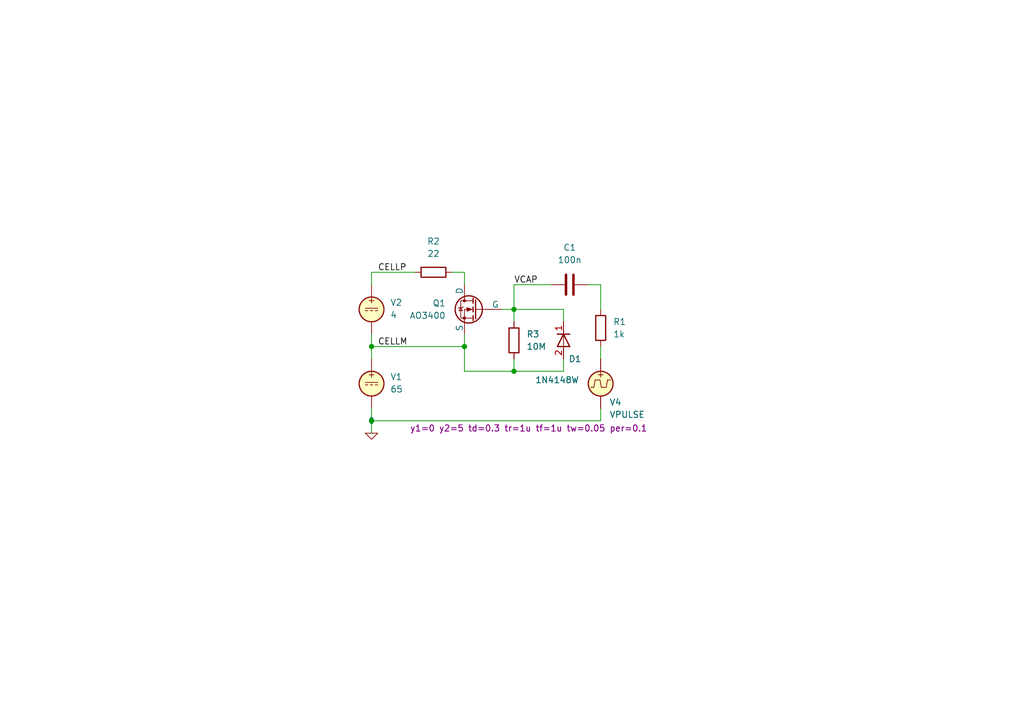
<source format=kicad_sch>
(kicad_sch (version 20250114) (generator "eeschema") (generator_version "9.0")
  (paper "A5")
  (lib_symbols
    (symbol "Device:C" (pin_numbers (hide yes)) (pin_names (offset 0.254))
      (property "Reference" "C" (at 0.635 2.54 0))
      (property "Value" "C" (at 0.635 -2.54 0))
      (symbol "C_0_1"
        (polyline (pts (xy -2.032 0.762) (xy 2.032 0.762)) (stroke (width 0.508)))
        (polyline (pts (xy -2.032 -0.762) (xy 2.032 -0.762)) (stroke (width 0.508)))
      )
      (symbol "C_1_1"
        (pin passive line (at 0 3.81 270) (length 2.794) (name "~") (number "1"))
        (pin passive line (at 0 -3.81 90) (length 2.794) (name "~") (number "2"))
      )
    )
    (symbol "Device:R" (pin_numbers (hide yes)) (pin_names (offset 0))
      (property "Reference" "R" (at 2.032 0 90))
      (property "Value" "R" (at 0 0 90))
      (symbol "R_0_1"
        (rectangle (start -1.016 -2.54) (end 1.016 2.54) (stroke (width 0.254)))
      )
      (symbol "R_1_1"
        (pin passive line (at 0 3.81 270) (length 1.27) (name "~") (number "1"))
        (pin passive line (at 0 -3.81 90) (length 1.27) (name "~") (number "2"))
      )
    )
    (symbol "Simulation_SPICE:0" (power) (pin_numbers (hide yes)) (pin_names (offset 0) (hide yes))
      (property "Value" "0" (at 0 -2.54 0))
      (symbol "0_0_1"
        (polyline (pts (xy -1.27 0) (xy 0 -1.27) (xy 1.27 0) (xy -1.27 0)))
      )
      (symbol "0_1_1"
        (pin power_in line (at 0 0 0) (length 0) (name "~") (number "1"))
      )
    )
    (symbol "Simulation_SPICE:D" (pin_names (offset 1.016) (hide yes))
      (property "Reference" "D" (at 0 2.54 0))
      (property "Value" "D" (at 0 -2.54 0))
      (symbol "D_0_1"
        (polyline (pts (xy -1.27 1.27) (xy -1.27 -1.27)) (stroke (width 0.254)))
        (polyline (pts (xy 1.27 1.27) (xy 1.27 -1.27) (xy -1.27 0) (xy 1.27 1.27)) (stroke (width 0.254)))
        (polyline (pts (xy 1.27 0) (xy -1.27 0)))
      )
      (symbol "D_1_1"
        (pin passive line (at -3.81 0 0) (length 2.54) (name "K") (number "1"))
        (pin passive line (at 3.81 0 180) (length 2.54) (name "A") (number "2"))
      )
    )
    (symbol "Simulation_SPICE:NMOS" (pin_numbers (hide yes)) (pin_names (offset 0))
      (property "Reference" "Q" (at 5.08 1.27 0))
      (property "Value" "NMOS" (at 5.08 -1.27 0))
      (symbol "NMOS_0_1"
        (polyline (pts (xy 0.254 1.905) (xy 0.254 -1.905)) (stroke (width 0.254)))
        (polyline (pts (xy 0.254 0) (xy -2.54 0)))
        (polyline (pts (xy 0.762 2.286) (xy 0.762 1.27)) (stroke (width 0.254)))
        (polyline (pts (xy 0.762 0.508) (xy 0.762 -0.508)) (stroke (width 0.254)))
        (polyline (pts (xy 0.762 -1.27) (xy 0.762 -2.286)) (stroke (width 0.254)))
        (polyline (pts (xy 0.762 -1.778) (xy 3.302 -1.778) (xy 3.302 1.778) (xy 0.762 1.778)))
        (polyline (pts (xy 1.016 0) (xy 2.032 0.381) (xy 2.032 -0.381) (xy 1.016 0)) (fill (type outline)))
        (circle (center 1.651 0) (radius 2.794) (stroke (width 0.254)))
        (polyline (pts (xy 2.54 2.54) (xy 2.54 1.778)))
        (circle (center 2.54 1.778) (radius 0.254) (fill (type outline)))
        (circle (center 2.54 -1.778) (radius 0.254) (fill (type outline)))
        (polyline (pts (xy 2.54 -2.54) (xy 2.54 0) (xy 0.762 0)))
        (polyline (pts (xy 2.794 0.508) (xy 2.921 0.381) (xy 3.683 0.381) (xy 3.81 0.254)))
        (polyline (pts (xy 3.302 0.381) (xy 2.921 -0.254) (xy 3.683 -0.254) (xy 3.302 0.381)))
      )
      (symbol "NMOS_1_1"
        (pin input line (at -5.08 0 0) (length 2.54) (name "G") (number "2"))
        (pin passive line (at 2.54 5.08 270) (length 2.54) (name "D") (number "1"))
        (pin passive line (at 2.54 -5.08 90) (length 2.54) (name "S") (number "3"))
      )
    )
    (symbol "Simulation_SPICE:VDC" (pin_numbers (hide yes)) (pin_names (offset 0.0254))
      (property "Reference" "V" (at 2.54 2.54 0))
      (property "Value" "1" (at 2.54 0 0))
      (symbol "VDC_0_0"
        (polyline (pts (xy -1.27 0.254) (xy 1.27 0.254)))
        (polyline (pts (xy -0.762 -0.254) (xy -1.27 -0.254)))
        (polyline (pts (xy 0.254 -0.254) (xy -0.254 -0.254)))
        (polyline (pts (xy 1.27 -0.254) (xy 0.762 -0.254)))
        (text "+" (at 0 1.905 0) (effects (font (size 1.27 1.27))))
      )
      (symbol "VDC_0_1"
        (circle (center 0 0) (radius 2.54) (stroke (width 0.254)) (fill (type background)))
      )
      (symbol "VDC_1_1"
        (pin passive line (at 0 5.08 270) (length 2.54) (name "~") (number "1"))
        (pin passive line (at 0 -5.08 90) (length 2.54) (name "~") (number "2"))
      )
    )
    (symbol "Simulation_SPICE:VPULSE" (pin_numbers (hide yes)) (pin_names (offset 0.0254))
      (property "Reference" "V" (at 2.54 2.54 0))
      (property "Value" "VPULSE" (at 2.54 0 0))
      (property "Sim.Params" "y1=0 y2=1 td=2n tr=2n tf=2n tw=50n per=100n" (at 2.54 -2.54 0))
      (symbol "VPULSE_0_0"
        (polyline (pts (xy -2.032 -0.762) (xy -1.397 -0.762) (xy -1.143 0.762) (xy -0.127 0.762) (xy 0.127 -0.762) (xy 1.143 -0.762) (xy 1.397 0.762) (xy 2.032 0.762)))
        (text "+" (at 0 1.905 0) (effects (font (size 1.27 1.27))))
      )
      (symbol "VPULSE_0_1"
        (circle (center 0 0) (radius 2.54) (stroke (width 0.254)) (fill (type background)))
      )
      (symbol "VPULSE_1_1"
        (pin passive line (at 0 5.08 270) (length 2.54) (name "~") (number "1"))
        (pin passive line (at 0 -5.08 90) (length 2.54) (name "~") (number "2"))
      )
    )
  )
  (junction (at 76.2 86.36))
  (junction (at 105.41 76.2))
  (junction (at 95.25 71.12))
  (junction (at 105.41 63.5))
  (junction (at 76.2 71.12))
  (wire (pts (xy 102.87 63.5) (xy 105.41 63.5)))
  (wire (pts (xy 115.57 76.2) (xy 115.57 73.66)))
  (wire (pts (xy 76.2 55.88) (xy 85.09 55.88)))
  (wire (pts (xy 95.25 76.2) (xy 95.25 71.12)))
  (wire (pts (xy 105.41 66.04) (xy 105.41 63.5)))
  (wire (pts (xy 105.41 63.5) (xy 105.41 58.42)))
  (wire (pts (xy 76.2 83.82) (xy 76.2 86.36)))
  (wire (pts (xy 105.41 63.5) (xy 115.57 63.5)))
  (wire (pts (xy 95.25 68.58) (xy 95.25 71.12)))
  (wire (pts (xy 95.25 76.2) (xy 105.41 76.2)))
  (wire (pts (xy 123.19 63.5) (xy 123.19 58.42)))
  (wire (pts (xy 76.2 55.88) (xy 76.2 58.42)))
  (wire (pts (xy 123.19 86.36) (xy 123.19 83.82)))
  (wire (pts (xy 76.2 71.12) (xy 95.25 71.12)))
  (wire (pts (xy 76.2 86.36) (xy 123.19 86.36)))
  (wire (pts (xy 105.41 58.42) (xy 113.03 58.42)))
  (wire (pts (xy 123.19 58.42) (xy 120.65 58.42)))
  (wire (pts (xy 76.2 68.58) (xy 76.2 71.12)))
  (wire (pts (xy 115.57 63.5) (xy 115.57 66.04)))
  (wire (pts (xy 92.71 55.88) (xy 95.25 55.88)))
  (wire (pts (xy 76.2 86.36) (xy 76.2 88.9)))
  (wire (pts (xy 105.41 73.66) (xy 105.41 76.2)))
  (wire (pts (xy 95.25 55.88) (xy 95.25 58.42)))
  (wire (pts (xy 76.2 71.12) (xy 76.2 73.66)))
  (wire (pts (xy 123.19 71.12) (xy 123.19 73.66)))
  (wire (pts (xy 105.41 76.2) (xy 115.57 76.2)))
  (label "CELLP" (at 77.47 55.88 0))
  (label "CELLM" (at 77.47 71.12 0))
  (label "VCAP" (at 105.41 58.42 0))
  (symbol (lib_id "Device:C") (at 116.84 58.42 90) (unit 1)
    (property "Reference" "C1" (at 116.84 50.8 90))
    (property "Value" "100n" (at 116.84 53.34 90))
    (property "Description" "Unpolarized capacitor" (effects (hide yes)))
  )
  (symbol (lib_id "Device:R") (at 123.19 67.31 0) (unit 1)
    (property "Reference" "R1" (at 125.73 66.0399 0) (effects (justify left)))
    (property "Value" "1k" (at 125.73 68.5799 0) (effects (justify left)))
    (property "Description" "Resistor" (effects (hide yes)))
  )
  (symbol (lib_id "Simulation_SPICE:NMOS") (at 97.79 63.5 0) (mirror y) (unit 1)
    (property "Reference" "Q1" (at 91.44 62.2299 0) (effects (justify left)))
    (property "Value" "AO3400" (at 91.44 64.7699 0) (effects (justify left)))
    (property "Datasheet" "https://ngspice.sourceforge.io/docs/ngspice-html-manual/manual.xhtml#cha_MOSFETs" (effects (hide yes)))
    (property "Description" "N-MOSFET transistor, drain/source/gate" (effects (hide yes)))
    (property "Sim.Device" "SUBCKT" (effects (hide yes)))
    (property "Sim.Pins" "1=4 2=1 3=2" (effects (hide yes)))
    (property "Sim.Library" "/home/miguel/Projects/kicad-lib/spice/ao3400.spice" (effects (hide yes)))
    (property "Sim.Name" "AO3400" (effects (hide yes)))
  )
  (symbol (lib_id "Simulation_SPICE:VDC") (at 76.2 78.74 0) (unit 1)
    (property "Reference" "V1" (at 80.01 77.3401 0) (effects (justify left)))
    (property "Value" "65" (at 80.01 79.8801 0) (effects (justify left)))
    (property "Datasheet" "https://ngspice.sourceforge.io/docs/ngspice-html-manual/manual.xhtml#sec_Independent_Sources_for" (effects (hide yes)))
    (property "Description" "Voltage source, DC" (effects (hide yes)))
    (property "Sim.Pins" "1=+ 2=-" (effects (hide yes)))
    (property "Sim.Type" "DC" (effects (hide yes)))
    (property "Sim.Device" "V" (effects (hide yes)))
  )
  (symbol (lib_id "Simulation_SPICE:VDC") (at 76.2 63.5 0) (unit 1)
    (property "Reference" "V2" (at 80.01 62.1001 0) (effects (justify left)))
    (property "Value" "4" (at 80.01 64.6401 0) (effects (justify left)))
    (property "Datasheet" "https://ngspice.sourceforge.io/docs/ngspice-html-manual/manual.xhtml#sec_Independent_Sources_for" (effects (hide yes)))
    (property "Description" "Voltage source, DC" (effects (hide yes)))
    (property "Sim.Pins" "1=+ 2=-" (effects (hide yes)))
    (property "Sim.Type" "DC" (effects (hide yes)))
    (property "Sim.Device" "V" (effects (hide yes)))
  )
  (symbol (lib_id "Device:R") (at 88.9 55.88 90) (unit 1)
    (property "Reference" "R2" (at 88.9 49.53 90))
    (property "Value" "22" (at 88.9 52.07 90))
    (property "Description" "Resistor" (effects (hide yes)))
  )
  (symbol (lib_id "Simulation_SPICE:VPULSE") (at 123.19 78.74 0) (unit 1)
    (property "Reference" "V4" (at 124.968 82.55 0) (effects (justify left)))
    (property "Value" "VPULSE" (at 124.968 85.09 0) (effects (justify left)))
    (property "Datasheet" "https://ngspice.sourceforge.io/docs/ngspice-html-manual/manual.xhtml#sec_Independent_Sources_for" (effects (hide yes)))
    (property "Description" "Voltage source, pulse" (effects (hide yes)))
    (property "Sim.Pins" "1=+ 2=-" (effects (hide yes)))
    (property "Sim.Type" "PULSE" (effects (hide yes)))
    (property "Sim.Device" "V" (effects (hide yes)))
    (property "Sim.Params" "y1=0 y2=5 td=0.3 tr=1u tf=1u tw=0.05 per=0.1" (at 84.074 87.884 0) (effects (justify left)))
  )
  (symbol (lib_id "Simulation_SPICE:D") (at 115.57 69.85 270) (unit 1)
    (property "Reference" "D1" (at 116.586 73.66 90) (effects (justify left)))
    (property "Value" "1N4148W" (at 109.728 77.978 90) (effects (justify left)))
    (property "Datasheet" "https://ngspice.sourceforge.io/docs/ngspice-html-manual/manual.xhtml#cha_DIODEs" (effects (hide yes)))
    (property "Description" "Diode for simulation or PCB" (effects (hide yes)))
    (property "Sim.Library" "/home/miguel/Projects/kicad-lib/spice/1n4148w.spice" (effects (hide yes)))
    (property "Sim.Name" "1N4148W" (effects (hide yes)))
    (property "Sim.Device" "D" (effects (hide yes)))
    (property "Sim.Pins" "1=K 2=A" (effects (hide yes)))
    (property "Sim.Params" "temp=25" (effects (hide yes)))
  )
  (symbol (lib_id "Simulation_SPICE:0") (at 76.2 88.9 0) (unit 1)
    (property "Reference" "#GND01" (effects (hide yes)))
    (property "Value" "0" (at 76.2 86.36 0))
    (property "Datasheet" "https://ngspice.sourceforge.io/docs/ngspice-html-manual/manual.xhtml#subsec_Circuit_elements__device" (effects (hide yes)))
    (property "Description" "0V reference potential for simulation" (effects (hide yes)))
  )
  (symbol (lib_id "Device:R") (at 105.41 69.85 0) (unit 1)
    (property "Reference" "R3" (at 107.95 68.5799 0) (effects (justify left)))
    (property "Value" "10M" (at 107.95 71.1199 0) (effects (justify left)))
    (property "Description" "Resistor" (effects (hide yes)))
  )
)
</source>
